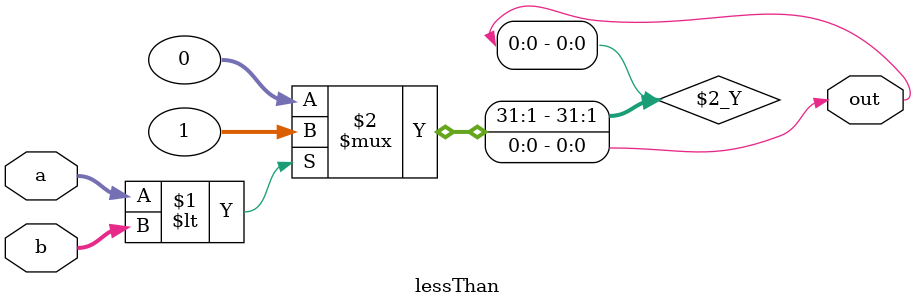
<source format=v>
module lessThan #(parameter bus_size = 32) (
	input  [bus_size-1:0] a,
	input  [bus_size-1:0] b,
	output out);
 
	assign out = (a < b) ? 1 : 0;
 
endmodule 
</source>
